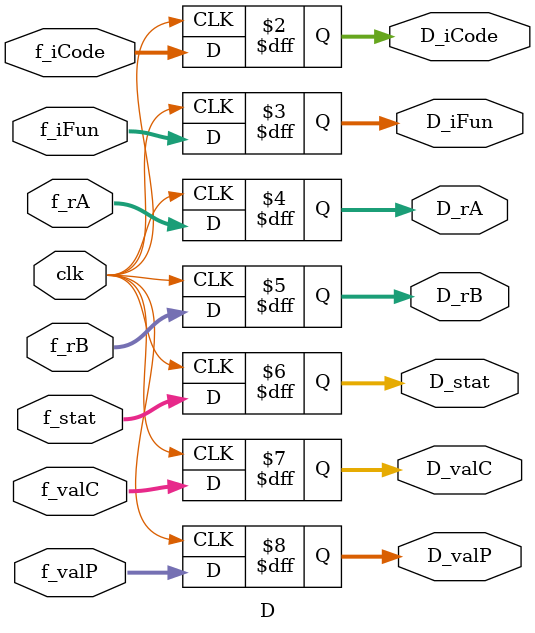
<source format=v>
module D(clk ,f_iCode, f_iFun, f_stat, f_rA, f_rB , f_valC, f_valP, D_iCode , D_iFun , D_stat , D_rA , D_rB , D_valC , D_valP);
input clk;
input[3:0] f_iCode,f_iFun,f_rA,f_rB;
input[2:0] f_stat;
input[63:0] f_valC,f_valP;

output reg[3:0] D_iCode,D_iFun,D_rA,D_rB;
output reg[2:0] D_stat;
output reg[63:0] D_valC,D_valP;

always @(posedge clk ) begin
    D_iCode <= f_iCode;
    D_iFun <= f_iFun;
    D_stat <= f_stat;
    D_rA <= f_rA;
    D_rB <= f_rB;
    D_valC <= f_valC;
    D_valP <= f_valP; 

end

endmodule

</source>
